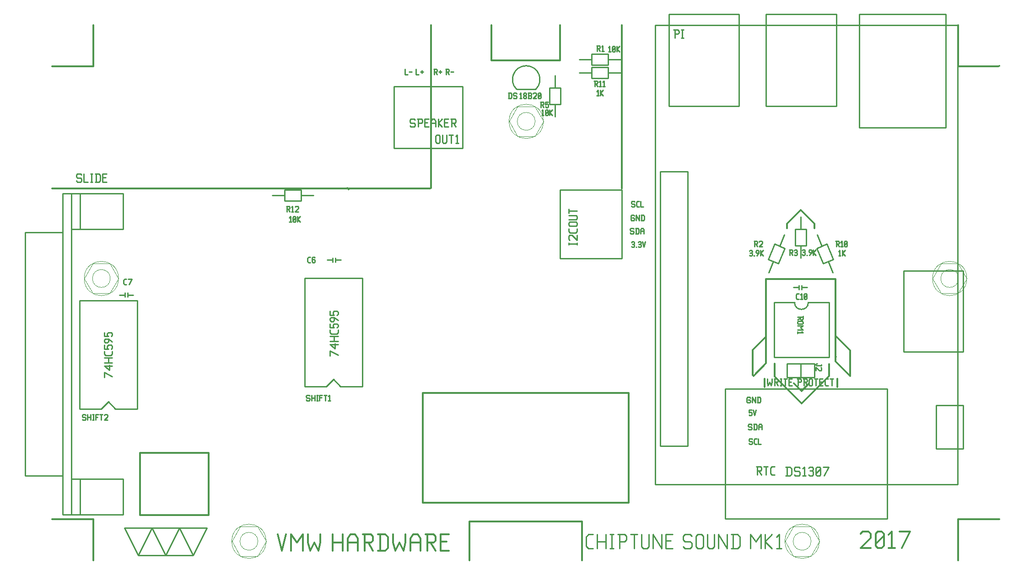
<source format=gbr>
G04 start of page 9 for group -4079 idx -4079 *
G04 Title: (unknown), topsilk *
G04 Creator: pcb 20140316 *
G04 CreationDate: Sat 22 Apr 2017 04:45:52 AM GMT UTC *
G04 For: vince *
G04 Format: Gerber/RS-274X *
G04 PCB-Dimensions (mil): 6900.00 3900.00 *
G04 PCB-Coordinate-Origin: lower left *
%MOIN*%
%FSLAX25Y25*%
%LNTOPSILK*%
%ADD114C,0.0020*%
%ADD113C,0.0100*%
%ADD112C,0.0119*%
%ADD111C,0.0110*%
%ADD110C,0.0120*%
G54D110*X570807Y205045D02*Y148693D01*
X571000Y148500D01*
X570807Y163693D02*X581500Y153000D01*
X580500Y154000D01*
X570807Y148000D02*Y145193D01*
X581500Y134500D01*
Y153000D01*
X660000Y30000D02*Y0D01*
Y30000D02*X690000D01*
X660000Y360000D02*X689500D01*
X690000Y360500D01*
X660000Y360000D02*Y390000D01*
X545500Y255500D02*X555500Y245500D01*
Y242000D01*
X535500D02*Y245500D01*
X545500Y255500D01*
X216000Y270500D02*X215000Y271500D01*
X276000D02*Y390000D01*
X30000Y360000D02*Y390000D01*
Y360000D02*X0D01*
Y271000D02*X242000D01*
X241500D02*X275500D01*
X276000Y271500D01*
X320000Y390000D02*Y364500D01*
X370000D01*
Y390000D01*
X415000D02*Y271000D01*
X520193Y205045D02*Y148693D01*
Y163500D02*Y163193D01*
Y205045D02*X520340Y205193D01*
X570807D01*
X546000Y114500D02*X566000Y134500D01*
X546000Y123500D02*X551500Y129000D01*
X572000Y132500D02*Y126500D01*
X566000Y134500D02*Y143000D01*
X520193Y148693D02*X520000Y148500D01*
X520193Y163193D02*X510500Y153500D01*
X526500Y143500D02*Y134000D01*
X420000Y42000D02*Y122000D01*
X526500Y134000D02*X546000Y114500D01*
X540500Y129000D02*X546000Y123500D01*
X420000Y122000D02*X270000D01*
X510500Y153500D02*Y135000D01*
X511000Y134500D01*
X520193Y143693D01*
Y148193D01*
X519000Y132500D02*Y126500D01*
X270000Y42000D02*X420000D01*
X386000Y28500D02*X304000D01*
X386000D02*Y0D01*
X304000Y28500D02*Y0D01*
X270000Y122000D02*Y42000D01*
X64000Y33000D02*Y78500D01*
X114000D01*
Y33000D01*
X64000D01*
X30000Y30000D02*Y0D01*
Y30000D02*X0D01*
G54D111*X43900Y134220D02*X38140Y137100D01*
Y133500D01*
X41740Y138828D02*X38140Y141708D01*
X41740Y142428D02*Y138828D01*
X38140Y141708D02*X43900D01*
X38140Y144156D02*X43900D01*
X38140Y147756D02*X43900D01*
X41020D02*Y144156D01*
X43900Y152364D02*Y150492D01*
X42892Y149484D02*X43900Y150492D01*
X39148Y149484D02*X42892D01*
X39148D02*X38140Y150492D01*
Y152364D02*Y150492D01*
Y156972D02*Y154092D01*
X41020D01*
X40300Y154812D01*
Y156252D02*Y154812D01*
Y156252D02*X41020Y156972D01*
X43180D01*
X43900Y156252D02*X43180Y156972D01*
X43900Y156252D02*Y154812D01*
X43180Y154092D02*X43900Y154812D01*
Y159420D02*X41020Y161580D01*
X38860D02*X41020D01*
X38140Y160860D02*X38860Y161580D01*
X38140Y160860D02*Y159420D01*
X38860Y158700D02*X38140Y159420D01*
X38860Y158700D02*X40300D01*
X41020Y159420D01*
Y161580D02*Y159420D01*
X38140Y166188D02*Y163308D01*
X41020D01*
X40300Y164028D01*
Y165468D02*Y164028D01*
Y165468D02*X41020Y166188D01*
X43180D01*
X43900Y165468D02*X43180Y166188D01*
X43900Y165468D02*Y164028D01*
X43180Y163308D02*X43900Y164028D01*
X208350Y149915D02*X202630Y152775D01*
Y149200D01*
X206205Y154491D02*X202630Y157351D01*
X206205Y158066D02*Y154491D01*
X202630Y157351D02*X208350D01*
X202630Y159782D02*X208350D01*
X202630Y163357D02*X208350D01*
X205490D02*Y159782D01*
X208350Y167933D02*Y166074D01*
X207349Y165073D02*X208350Y166074D01*
X203631Y165073D02*X207349D01*
X203631D02*X202630Y166074D01*
Y167933D02*Y166074D01*
Y172509D02*Y169649D01*
X205490D01*
X204775Y170364D01*
Y171794D02*Y170364D01*
Y171794D02*X205490Y172509D01*
X207635D01*
X208350Y171794D02*X207635Y172509D01*
X208350Y171794D02*Y170364D01*
X207635Y169649D02*X208350Y170364D01*
Y174940D02*X205490Y177085D01*
X203345D02*X205490D01*
X202630Y176370D02*X203345Y177085D01*
X202630Y176370D02*Y174940D01*
X203345Y174225D02*X202630Y174940D01*
X203345Y174225D02*X204775D01*
X205490Y174940D01*
Y177085D02*Y174940D01*
X202630Y181661D02*Y178801D01*
X205490D01*
X204775Y179516D01*
Y180946D02*Y179516D01*
Y180946D02*X205490Y181661D01*
X207635D01*
X208350Y180946D02*X207635Y181661D01*
X208350Y180946D02*Y179516D01*
X207635Y178801D02*X208350Y179516D01*
X172900Y249800D02*X173700Y250600D01*
Y246600D01*
X172900D02*X174400D01*
X175600Y247100D02*X176100Y246600D01*
X175600Y250100D02*Y247100D01*
Y250100D02*X176100Y250600D01*
X177100D01*
X177600Y250100D01*
Y247100D01*
X177100Y246600D02*X177600Y247100D01*
X176100Y246600D02*X177100D01*
X175600Y247600D02*X177600Y249600D01*
X178800Y250600D02*Y246600D01*
Y248600D02*X180800Y250600D01*
X178800Y248600D02*X180800Y246600D01*
X263760Y321670D02*X264475Y320955D01*
X261615Y321670D02*X263760D01*
X260900Y320955D02*X261615Y321670D01*
X260900Y320955D02*Y319525D01*
X261615Y318810D01*
X263760D01*
X264475Y318095D01*
Y316665D01*
X263760Y315950D02*X264475Y316665D01*
X261615Y315950D02*X263760D01*
X260900Y316665D02*X261615Y315950D01*
X266906Y321670D02*Y315950D01*
X266191Y321670D02*X269051D01*
X269766Y320955D01*
Y319525D01*
X269051Y318810D02*X269766Y319525D01*
X266906Y318810D02*X269051D01*
X271482Y319096D02*X273627D01*
X271482Y315950D02*X274342D01*
X271482Y321670D02*Y315950D01*
Y321670D02*X274342D01*
X276058Y320240D02*Y315950D01*
Y320240D02*X277059Y321670D01*
X278632D01*
X279633Y320240D01*
Y315950D01*
X276058Y318810D02*X279633D01*
X281349Y321670D02*Y315950D01*
Y318810D02*X284209Y321670D01*
X281349Y318810D02*X284209Y315950D01*
X285925Y319096D02*X288070D01*
X285925Y315950D02*X288785D01*
X285925Y321670D02*Y315950D01*
Y321670D02*X288785D01*
X290501D02*X293361D01*
X294076Y320955D01*
Y319525D01*
X293361Y318810D02*X294076Y319525D01*
X291216Y318810D02*X293361D01*
X291216Y321670D02*Y315950D01*
X292360Y318810D02*X294076Y315950D01*
X257100Y358200D02*Y354200D01*
X259100D01*
X260300Y356200D02*X262300D01*
X265300Y358200D02*Y354200D01*
X267300D01*
X268500Y356200D02*X270500D01*
X269500Y357200D02*Y355200D01*
X278100Y358000D02*X280100D01*
X280600Y357500D01*
Y356500D01*
X280100Y356000D02*X280600Y356500D01*
X278600Y356000D02*X280100D01*
X278600Y358000D02*Y354000D01*
X279400Y356000D02*X280600Y354000D01*
X281800Y356000D02*X283800D01*
X282800Y357000D02*Y355000D01*
X286800Y358000D02*X288800D01*
X289300Y357500D01*
Y356500D01*
X288800Y356000D02*X289300Y356500D01*
X287300Y356000D02*X288800D01*
X287300Y358000D02*Y354000D01*
X288100Y356000D02*X289300Y354000D01*
X290500Y356000D02*X292500D01*
X340800Y339900D02*X341600Y340700D01*
Y336700D01*
X340800D02*X342300D01*
X343500Y337200D02*X344000Y336700D01*
X343500Y338000D02*Y337200D01*
Y338000D02*X344200Y338700D01*
X344800D01*
X345500Y338000D01*
Y337200D01*
X345000Y336700D02*X345500Y337200D01*
X344000Y336700D02*X345000D01*
X343500Y339400D02*X344200Y338700D01*
X343500Y340200D02*Y339400D01*
Y340200D02*X344000Y340700D01*
X345000D01*
X345500Y340200D01*
Y339400D01*
X344800Y338700D02*X345500Y339400D01*
X346700Y336700D02*X348700D01*
X349200Y337200D01*
Y338400D02*Y337200D01*
X348700Y338900D02*X349200Y338400D01*
X347200Y338900D02*X348700D01*
X347200Y340700D02*Y336700D01*
X346700Y340700D02*X348700D01*
X349200Y340200D01*
Y339400D01*
X348700Y338900D02*X349200Y339400D01*
X350400Y340200D02*X350900Y340700D01*
X352400D01*
X352900Y340200D01*
Y339200D01*
X350400Y336700D02*X352900Y339200D01*
X350400Y336700D02*X352900D01*
X354100Y337200D02*X354600Y336700D01*
X354100Y340200D02*Y337200D01*
Y340200D02*X354600Y340700D01*
X355600D01*
X356100Y340200D01*
Y337200D01*
X355600Y336700D02*X356100Y337200D01*
X354600Y336700D02*X355600D01*
X354100Y337700D02*X356100Y339700D01*
X356700Y327600D02*X357500Y328400D01*
Y324400D01*
X356700D02*X358200D01*
X359400Y324900D02*X359900Y324400D01*
X359400Y327900D02*Y324900D01*
Y327900D02*X359900Y328400D01*
X360900D01*
X361400Y327900D01*
Y324900D01*
X360900Y324400D02*X361400Y324900D01*
X359900Y324400D02*X360900D01*
X359400Y325400D02*X361400Y327400D01*
X362600Y328400D02*Y324400D01*
Y326400D02*X364600Y328400D01*
X362600Y326400D02*X364600Y324400D01*
X396900Y341900D02*X397700Y342700D01*
Y338700D01*
X396900D02*X398400D01*
X399600Y342700D02*Y338700D01*
Y340700D02*X401600Y342700D01*
X399600Y340700D02*X401600Y338700D01*
X405500Y373900D02*X406300Y374700D01*
Y370700D01*
X405500D02*X407000D01*
X408200Y371200D02*X408700Y370700D01*
X408200Y374200D02*Y371200D01*
Y374200D02*X408700Y374700D01*
X409700D01*
X410200Y374200D01*
Y371200D01*
X409700Y370700D02*X410200Y371200D01*
X408700Y370700D02*X409700D01*
X408200Y371700D02*X410200Y373700D01*
X411400Y374700D02*Y370700D01*
Y372700D02*X413400Y374700D01*
X411400Y372700D02*X413400Y370700D01*
X423300Y242100D02*X423800Y241600D01*
X421800Y242100D02*X423300D01*
X421300Y241600D02*X421800Y242100D01*
X421300Y241600D02*Y240600D01*
X421800Y240100D01*
X423300D01*
X423800Y239600D01*
Y238600D01*
X423300Y238100D02*X423800Y238600D01*
X421800Y238100D02*X423300D01*
X421300Y238600D02*X421800Y238100D01*
X425500Y242100D02*Y238100D01*
X426800Y242100D02*X427500Y241400D01*
Y238800D01*
X426800Y238100D02*X427500Y238800D01*
X425000Y238100D02*X426800D01*
X425000Y242100D02*X426800D01*
X428700Y241100D02*Y238100D01*
Y241100D02*X429400Y242100D01*
X430500D01*
X431200Y241100D01*
Y238100D01*
X428700Y240100D02*X431200D01*
X423700Y251600D02*X424200Y251100D01*
X422200Y251600D02*X423700D01*
X421700Y251100D02*X422200Y251600D01*
X421700Y251100D02*Y248100D01*
X422200Y247600D01*
X423700D01*
X424200Y248100D01*
Y249100D02*Y248100D01*
X423700Y249600D02*X424200Y249100D01*
X422700Y249600D02*X423700D01*
X425400Y251600D02*Y247600D01*
Y251600D02*X427900Y247600D01*
Y251600D02*Y247600D01*
X429600Y251600D02*Y247600D01*
X430900Y251600D02*X431600Y250900D01*
Y248300D01*
X430900Y247600D02*X431600Y248300D01*
X429100Y247600D02*X430900D01*
X429100Y251600D02*X430900D01*
X424000Y261800D02*X424500Y261300D01*
X422500Y261800D02*X424000D01*
X422000Y261300D02*X422500Y261800D01*
X422000Y261300D02*Y260300D01*
X422500Y259800D01*
X424000D01*
X424500Y259300D01*
Y258300D01*
X424000Y257800D02*X424500Y258300D01*
X422500Y257800D02*X424000D01*
X422000Y258300D02*X422500Y257800D01*
X426400D02*X427700D01*
X425700Y258500D02*X426400Y257800D01*
X425700Y261100D02*Y258500D01*
Y261100D02*X426400Y261800D01*
X427700D01*
X428900D02*Y257800D01*
X430900D01*
G54D112*X164500Y19020D02*X167480Y7100D01*
X170460Y19020D01*
X174036D02*Y7100D01*
Y19020D02*X178506Y13060D01*
X182976Y19020D01*
Y7100D01*
X186552Y19020D02*Y13060D01*
X188042Y7100D01*
X191022Y13060D01*
X194002Y7100D01*
X195492Y13060D01*
Y19020D02*Y13060D01*
X204432Y19020D02*Y7100D01*
X211882Y19020D02*Y7100D01*
X204432Y13060D02*X211882D01*
X215458Y16040D02*Y7100D01*
Y16040D02*X217544Y19020D01*
X220822D01*
X222908Y16040D01*
Y7100D01*
X215458Y13060D02*X222908D01*
X226484Y19020D02*X232444D01*
X233934Y17530D01*
Y14550D01*
X232444Y13060D02*X233934Y14550D01*
X227974Y13060D02*X232444D01*
X227974Y19020D02*Y7100D01*
X230358Y13060D02*X233934Y7100D01*
X239000Y19020D02*Y7100D01*
X242874Y19020D02*X244960Y16934D01*
Y9186D01*
X242874Y7100D02*X244960Y9186D01*
X237510Y7100D02*X242874D01*
X237510Y19020D02*X242874D01*
X248536D02*Y13060D01*
X250026Y7100D01*
X253006Y13060D01*
X255986Y7100D01*
X257476Y13060D01*
Y19020D02*Y13060D01*
X261052Y16040D02*Y7100D01*
Y16040D02*X263138Y19020D01*
X266416D01*
X268502Y16040D01*
Y7100D01*
X261052Y13060D02*X268502D01*
X272078Y19020D02*X278038D01*
X279528Y17530D01*
Y14550D01*
X278038Y13060D02*X279528Y14550D01*
X273568Y13060D02*X278038D01*
X273568Y19020D02*Y7100D01*
X275952Y13060D02*X279528Y7100D01*
X283104Y13656D02*X287574D01*
X283104Y7100D02*X289064D01*
X283104Y19020D02*Y7100D01*
Y19020D02*X289064D01*
G54D111*X390778Y8800D02*X394080D01*
X389000Y10578D02*X390778Y8800D01*
X389000Y17182D02*Y10578D01*
Y17182D02*X390778Y18960D01*
X394080D01*
X397128D02*Y8800D01*
X403478Y18960D02*Y8800D01*
X397128Y13880D02*X403478D01*
X406526Y18960D02*X409066D01*
X407796D02*Y8800D01*
X406526D02*X409066D01*
X413384Y18960D02*Y8800D01*
X412114Y18960D02*X417194D01*
X418464Y17690D01*
Y15150D01*
X417194Y13880D02*X418464Y15150D01*
X413384Y13880D02*X417194D01*
X421512Y18960D02*X426592D01*
X424052D02*Y8800D01*
X429640Y18960D02*Y10070D01*
X430910Y8800D01*
X433450D01*
X434720Y10070D01*
Y18960D02*Y10070D01*
X437768Y18960D02*Y8800D01*
Y18960D02*X444118Y8800D01*
Y18960D02*Y8800D01*
X447166Y14388D02*X450976D01*
X447166Y8800D02*X452246D01*
X447166Y18960D02*Y8800D01*
Y18960D02*X452246D01*
X464946D02*X466216Y17690D01*
X461136Y18960D02*X464946D01*
X459866Y17690D02*X461136Y18960D01*
X459866Y17690D02*Y15150D01*
X461136Y13880D01*
X464946D01*
X466216Y12610D01*
Y10070D01*
X464946Y8800D02*X466216Y10070D01*
X461136Y8800D02*X464946D01*
X459866Y10070D02*X461136Y8800D01*
X469264Y17690D02*Y10070D01*
Y17690D02*X470534Y18960D01*
X473074D01*
X474344Y17690D01*
Y10070D01*
X473074Y8800D02*X474344Y10070D01*
X470534Y8800D02*X473074D01*
X469264Y10070D02*X470534Y8800D01*
X477392Y18960D02*Y10070D01*
X478662Y8800D01*
X481202D01*
X482472Y10070D01*
Y18960D02*Y10070D01*
X485520Y18960D02*Y8800D01*
Y18960D02*X491870Y8800D01*
Y18960D02*Y8800D01*
X496188Y18960D02*Y8800D01*
X499490Y18960D02*X501268Y17182D01*
Y10578D01*
X499490Y8800D02*X501268Y10578D01*
X494918Y8800D02*X499490D01*
X494918Y18960D02*X499490D01*
X508888D02*Y8800D01*
Y18960D02*X512698Y13880D01*
X516508Y18960D01*
Y8800D01*
X519556Y18960D02*Y8800D01*
Y13880D02*X524636Y18960D01*
X519556Y13880D02*X524636Y8800D01*
X527684Y16928D02*X529716Y18960D01*
Y8800D01*
X527684D02*X531494D01*
G54D112*X589000Y19530D02*X590490Y21020D01*
X594960D01*
X596450Y19530D01*
Y16550D01*
X589000Y9100D02*X596450Y16550D01*
X589000Y9100D02*X596450D01*
X600026Y10590D02*X601516Y9100D01*
X600026Y19530D02*Y10590D01*
Y19530D02*X601516Y21020D01*
X604496D01*
X605986Y19530D01*
Y10590D01*
X604496Y9100D02*X605986Y10590D01*
X601516Y9100D02*X604496D01*
X600026Y12080D02*X605986Y18040D01*
X609562Y18636D02*X611946Y21020D01*
Y9100D01*
X609562D02*X614032D01*
X619098D02*X625058Y21020D01*
X617608D02*X625058D01*
G54D111*X535425Y68250D02*Y61650D01*
X537570Y68250D02*X538725Y67095D01*
Y62805D01*
X537570Y61650D02*X538725Y62805D01*
X534600Y61650D02*X537570D01*
X534600Y68250D02*X537570D01*
X544005D02*X544830Y67425D01*
X541530Y68250D02*X544005D01*
X540705Y67425D02*X541530Y68250D01*
X540705Y67425D02*Y65775D01*
X541530Y64950D01*
X544005D01*
X544830Y64125D01*
Y62475D01*
X544005Y61650D02*X544830Y62475D01*
X541530Y61650D02*X544005D01*
X540705Y62475D02*X541530Y61650D01*
X546810Y66930D02*X548130Y68250D01*
Y61650D01*
X546810D02*X549285D01*
X551265Y67425D02*X552090Y68250D01*
X553740D01*
X554565Y67425D01*
X553740Y61650D02*X554565Y62475D01*
X552090Y61650D02*X553740D01*
X551265Y62475D02*X552090Y61650D01*
Y65280D02*X553740D01*
X554565Y67425D02*Y66105D01*
Y64455D02*Y62475D01*
Y64455D02*X553740Y65280D01*
X554565Y66105D02*X553740Y65280D01*
X556545Y62475D02*X557370Y61650D01*
X556545Y67425D02*Y62475D01*
Y67425D02*X557370Y68250D01*
X559020D01*
X559845Y67425D01*
Y62475D01*
X559020Y61650D02*X559845Y62475D01*
X557370Y61650D02*X559020D01*
X556545Y63300D02*X559845Y66600D01*
X562650Y61650D02*X565950Y68250D01*
X561825D02*X565950D01*
X422200Y231800D02*X422700Y232300D01*
X423700D01*
X424200Y231800D01*
X423700Y228300D02*X424200Y228800D01*
X422700Y228300D02*X423700D01*
X422200Y228800D02*X422700Y228300D01*
Y230500D02*X423700D01*
X424200Y231800D02*Y231000D01*
Y230000D02*Y228800D01*
Y230000D02*X423700Y230500D01*
X424200Y231000D02*X423700Y230500D01*
X425400Y228300D02*X425900D01*
X427100Y231800D02*X427600Y232300D01*
X428600D01*
X429100Y231800D01*
X428600Y228300D02*X429100Y228800D01*
X427600Y228300D02*X428600D01*
X427100Y228800D02*X427600Y228300D01*
Y230500D02*X428600D01*
X429100Y231800D02*Y231000D01*
Y230000D02*Y228800D01*
Y230000D02*X428600Y230500D01*
X429100Y231000D02*X428600Y230500D01*
X430300Y232300D02*X431300Y228300D01*
X432300Y232300D01*
X508300Y119000D02*X508800Y118500D01*
X506800Y119000D02*X508300D01*
X506300Y118500D02*X506800Y119000D01*
X506300Y118500D02*Y115500D01*
X506800Y115000D01*
X508300D01*
X508800Y115500D01*
Y116500D02*Y115500D01*
X508300Y117000D02*X508800Y116500D01*
X507300Y117000D02*X508300D01*
X510000Y119000D02*Y115000D01*
Y119000D02*X512500Y115000D01*
Y119000D02*Y115000D01*
X514200Y119000D02*Y115000D01*
X515500Y119000D02*X516200Y118300D01*
Y115700D01*
X515500Y115000D02*X516200Y115700D01*
X513700Y115000D02*X515500D01*
X513700Y119000D02*X515500D01*
X507700Y109600D02*X509700D01*
X507700D02*Y107600D01*
X508200Y108100D01*
X509200D01*
X509700Y107600D01*
Y106100D01*
X509200Y105600D02*X509700Y106100D01*
X508200Y105600D02*X509200D01*
X507700Y106100D02*X508200Y105600D01*
X510900Y109600D02*X511900Y105600D01*
X512900Y109600D01*
X509300Y99300D02*X509800Y98800D01*
X507800Y99300D02*X509300D01*
X507300Y98800D02*X507800Y99300D01*
X507300Y98800D02*Y97800D01*
X507800Y97300D01*
X509300D01*
X509800Y96800D01*
Y95800D01*
X509300Y95300D02*X509800Y95800D01*
X507800Y95300D02*X509300D01*
X507300Y95800D02*X507800Y95300D01*
X511500Y99300D02*Y95300D01*
X512800Y99300D02*X513500Y98600D01*
Y96000D01*
X512800Y95300D02*X513500Y96000D01*
X511000Y95300D02*X512800D01*
X511000Y99300D02*X512800D01*
X514700Y98300D02*Y95300D01*
Y98300D02*X515400Y99300D01*
X516500D01*
X517200Y98300D01*
Y95300D01*
X514700Y97300D02*X517200D01*
X573000Y225200D02*X573800Y226000D01*
Y222000D01*
X573000D02*X574500D01*
X575700Y226000D02*Y222000D01*
Y224000D02*X577700Y226000D01*
X575700Y224000D02*X577700Y222000D01*
X508000Y225500D02*X508500Y226000D01*
X509500D01*
X510000Y225500D01*
X509500Y222000D02*X510000Y222500D01*
X508500Y222000D02*X509500D01*
X508000Y222500D02*X508500Y222000D01*
Y224200D02*X509500D01*
X510000Y225500D02*Y224700D01*
Y223700D02*Y222500D01*
Y223700D02*X509500Y224200D01*
X510000Y224700D02*X509500Y224200D01*
X511200Y222000D02*X511700D01*
X513400D02*X514900Y224000D01*
Y225500D02*Y224000D01*
X514400Y226000D02*X514900Y225500D01*
X513400Y226000D02*X514400D01*
X512900Y225500D02*X513400Y226000D01*
X512900Y225500D02*Y224500D01*
X513400Y224000D01*
X514900D01*
X516100Y226000D02*Y222000D01*
Y224000D02*X518100Y226000D01*
X516100Y224000D02*X518100Y222000D01*
X546500Y226000D02*X547000Y226500D01*
X548000D01*
X548500Y226000D01*
X548000Y222500D02*X548500Y223000D01*
X547000Y222500D02*X548000D01*
X546500Y223000D02*X547000Y222500D01*
Y224700D02*X548000D01*
X548500Y226000D02*Y225200D01*
Y224200D02*Y223000D01*
Y224200D02*X548000Y224700D01*
X548500Y225200D02*X548000Y224700D01*
X549700Y222500D02*X550200D01*
X551900D02*X553400Y224500D01*
Y226000D02*Y224500D01*
X552900Y226500D02*X553400Y226000D01*
X551900Y226500D02*X552900D01*
X551400Y226000D02*X551900Y226500D01*
X551400Y226000D02*Y225000D01*
X551900Y224500D01*
X553400D01*
X554600Y226500D02*Y222500D01*
Y224500D02*X556600Y226500D01*
X554600Y224500D02*X556600Y222500D01*
X521000Y132310D02*Y129930D01*
X521595Y127550D01*
X522785Y129930D01*
X523975Y127550D01*
X524570Y129930D01*
Y132310D02*Y129930D01*
X525998Y132310D02*X528378D01*
X528973Y131715D01*
Y130525D01*
X528378Y129930D02*X528973Y130525D01*
X526593Y129930D02*X528378D01*
X526593Y132310D02*Y127550D01*
X527545Y129930D02*X528973Y127550D01*
X530401Y132310D02*X531591D01*
X530996D02*Y127550D01*
X530401D02*X531591D01*
X533019Y132310D02*X535399D01*
X534209D02*Y127550D01*
X536827Y130168D02*X538612D01*
X536827Y127550D02*X539207D01*
X536827Y132310D02*Y127550D01*
Y132310D02*X539207D01*
X543372D02*Y127550D01*
X542777Y132310D02*X545157D01*
X545752Y131715D01*
Y130525D01*
X545157Y129930D02*X545752Y130525D01*
X543372Y129930D02*X545157D01*
X547180Y132310D02*X549560D01*
X550155Y131715D01*
Y130525D01*
X549560Y129930D02*X550155Y130525D01*
X547775Y129930D02*X549560D01*
X547775Y132310D02*Y127550D01*
X548727Y129930D02*X550155Y127550D01*
X551583Y131715D02*Y128145D01*
Y131715D02*X552178Y132310D01*
X553368D01*
X553963Y131715D01*
Y128145D01*
X553368Y127550D02*X553963Y128145D01*
X552178Y127550D02*X553368D01*
X551583Y128145D02*X552178Y127550D01*
X555391Y132310D02*X557771D01*
X556581D02*Y127550D01*
X559199Y130168D02*X560984D01*
X559199Y127550D02*X561579D01*
X559199Y132310D02*Y127550D01*
Y132310D02*X561579D01*
X563840Y127550D02*X565387D01*
X563007Y128383D02*X563840Y127550D01*
X563007Y131477D02*Y128383D01*
Y131477D02*X563840Y132310D01*
X565387D01*
X566815D02*X569195D01*
X568005D02*Y127550D01*
X509700Y88900D02*X510200Y88400D01*
X508200Y88900D02*X509700D01*
X507700Y88400D02*X508200Y88900D01*
X507700Y88400D02*Y87400D01*
X508200Y86900D01*
X509700D01*
X510200Y86400D01*
Y85400D01*
X509700Y84900D02*X510200Y85400D01*
X508200Y84900D02*X509700D01*
X507700Y85400D02*X508200Y84900D01*
X512100D02*X513400D01*
X511400Y85600D02*X512100Y84900D01*
X511400Y88200D02*Y85600D01*
Y88200D02*X512100Y88900D01*
X513400D01*
X514600D02*Y84900D01*
X516600D01*
G54D113*X533587Y237381D02*X530143Y229066D01*
X526447Y230596D02*X533838Y227535D01*
X529246Y216448D01*
X521855Y219510D01*
X526447Y230596D01*
X525550Y217979D02*X522106Y209664D01*
X546000Y199000D02*X550000D01*
X546000Y200500D02*Y197500D01*
X540000Y199000D02*X544000D01*
Y200500D02*Y197500D01*
X545500Y250500D02*Y241500D01*
X541500D02*X549500D01*
Y229500D01*
X541500D02*X549500D01*
X541500Y241500D02*Y229500D01*
X545500D02*Y220500D01*
X405000Y365000D02*X414000D01*
X405000Y369000D02*Y361000D01*
X393000D02*X405000D01*
X393000Y369000D02*Y361000D01*
Y369000D02*X405000D01*
X384000Y365000D02*X393000D01*
X405000Y355500D02*X414000D01*
X405000Y359500D02*Y351500D01*
X393000D02*X405000D01*
X393000Y359500D02*Y351500D01*
Y359500D02*X405000D01*
X384000Y355500D02*X393000D01*
X370000Y270000D02*Y220000D01*
Y270000D02*X415000D01*
Y220000D01*
X370000D02*X415000D01*
X249000Y300500D02*X299000D01*
X249000Y345500D02*Y300500D01*
Y345500D02*X299000D01*
Y300500D01*
X52703Y23612D02*X62703Y3612D01*
X102703D01*
X112703Y23612D01*
X52703D02*X112703D01*
X62703Y3612D02*X72703Y23612D01*
X82703Y3612D01*
X92703Y23612D01*
X102703Y3612D01*
G54D114*X131000Y14000D02*X137250Y3180D01*
X149750D01*
X156000Y14000D01*
X149750Y24820D01*
X137250D01*
X131000Y14000D01*
X137000D02*G75*G03X137000Y14000I6500J0D01*G01*
X131000D02*G75*G03X131000Y14000I12500J0D01*G01*
G54D113*X14280Y267465D02*X7980D01*
Y33465D01*
X14280D01*
Y267465D01*
Y241465D01*
X20461D01*
Y267465D01*
X14280D01*
Y33465D02*Y59465D01*
X20461D01*
Y33465D01*
X14280D01*
Y267465D02*Y241465D01*
X51681D01*
Y267465D01*
X14280D01*
Y33465D02*Y59465D01*
X51681D01*
Y33465D01*
X14280D01*
X7980Y239048D02*X-19579D01*
Y61883D01*
X7980D01*
Y239048D01*
X160500Y266000D02*X169500D01*
Y270000D02*Y262000D01*
Y270000D02*X181500D01*
Y262000D01*
X169500D02*X181500D01*
Y266000D02*X190500D01*
X49000Y193500D02*X53000D01*
Y195000D02*Y192000D01*
X55000Y193500D02*X59000D01*
X55000Y195000D02*Y192000D01*
G54D114*X23500Y205500D02*X29750Y194680D01*
X42250D01*
X48500Y205500D01*
X42250Y216320D01*
X29750D01*
X23500Y205500D01*
X29500D02*G75*G03X29500Y205500I6500J0D01*G01*
X23500D02*G75*G03X23500Y205500I12500J0D01*G01*
G54D113*X62000Y189500D02*Y110500D01*
X20000Y189500D02*X62000D01*
X20000Y110500D02*Y189500D01*
Y110500D02*X35750D01*
X41000Y115750D01*
X46250Y110500D01*
X62000D01*
X206500Y219000D02*X210500D01*
X206500Y220500D02*Y217500D01*
X200500Y219000D02*X204500D01*
Y220500D02*Y217500D01*
X225985Y126913D02*Y205913D01*
X183985D02*X225985D01*
X183985Y126913D02*Y205913D01*
Y126913D02*X199735D01*
X204985Y132163D01*
X210235Y126913D01*
X225985D01*
G54D114*X333000Y320000D02*X339250Y309180D01*
X351750D01*
X358000Y320000D01*
X351750Y330820D01*
X339250D01*
X333000Y320000D01*
X339000D02*G75*G03X339000Y320000I6500J0D01*G01*
X333000D02*G75*G03X333000Y320000I12500J0D01*G01*
G54D113*X366500Y353500D02*Y344500D01*
X362500D02*X370500D01*
Y332500D01*
X362500D02*X370500D01*
X362500Y344500D02*Y332500D01*
X366500D02*Y323500D01*
X338500Y343500D02*X352500D01*
X352571Y343429D02*G75*G03X338429Y343429I-7071J7071D01*G01*
X439500Y390146D02*Y55500D01*
Y390146D02*X659972D01*
Y55500D01*
X439500D02*X659972D01*
X644224Y112980D02*Y81484D01*
Y112980D02*X663909D01*
Y81484D01*
X644224D02*X663909D01*
X620602Y211012D02*Y151957D01*
Y211012D02*X663909D01*
Y151957D01*
X620602D02*X663909D01*
X449343Y398020D02*Y331091D01*
Y398020D02*X500524D01*
Y331091D01*
X449343D02*X500524D01*
X520209Y398020D02*Y331091D01*
Y398020D02*X571390D01*
Y331091D01*
X520209D02*X571390D01*
X588122Y398020D02*Y315343D01*
Y398020D02*X651114D01*
Y315343D01*
X588122D02*X651114D01*
X443280Y283453D02*Y83453D01*
Y283453D02*X463280D01*
Y83453D01*
X443280D02*X463280D01*
X535500Y143500D02*Y133500D01*
X555500D01*
Y143500D01*
X535500D01*
Y133500D02*X545500D01*
Y143500D01*
X526000Y188000D02*Y148000D01*
X566000D01*
Y188000D01*
X526000D02*X541000D01*
X551000D02*X566000D01*
X541000D02*G75*G03X551000Y188000I5000J0D01*G01*
X557413Y237381D02*X560857Y229066D01*
X557162Y227535D02*X564553Y230596D01*
X569145Y219510D01*
X561754Y216448D01*
X557162Y227535D01*
X565450Y217979D02*X568894Y209664D01*
X490500Y125000D02*X608610D01*
Y30512D01*
X490500D01*
Y125000D01*
G54D114*X534000Y14000D02*X540250Y3180D01*
X552750D01*
X559000Y14000D01*
X552750Y24820D01*
X540250D01*
X534000Y14000D01*
X540000D02*G75*G03X540000Y14000I6500J0D01*G01*
X534000D02*G75*G03X534000Y14000I12500J0D01*G01*
X641500Y205500D02*X647750Y194680D01*
X660250D01*
X666500Y205500D01*
X660250Y216320D01*
X647750D01*
X641500Y205500D01*
X647500D02*G75*G03X647500Y205500I6500J0D01*G01*
X641500D02*G75*G03X641500Y205500I12500J0D01*G01*
G54D111*X396800Y375100D02*X398800D01*
X399300Y374600D01*
Y373600D01*
X398800Y373100D02*X399300Y373600D01*
X397300Y373100D02*X398800D01*
X397300Y375100D02*Y371100D01*
X398100Y373100D02*X399300Y371100D01*
X400500Y374300D02*X401300Y375100D01*
Y371100D01*
X400500D02*X402000D01*
X394900Y349500D02*X396900D01*
X397400Y349000D01*
Y348000D01*
X396900Y347500D02*X397400Y348000D01*
X395400Y347500D02*X396900D01*
X395400Y349500D02*Y345500D01*
X396200Y347500D02*X397400Y345500D01*
X398600Y348700D02*X399400Y349500D01*
Y345500D01*
X398600D02*X400100D01*
X401300Y348700D02*X402100Y349500D01*
Y345500D01*
X401300D02*X402800D01*
X453720Y386630D02*Y380630D01*
X452970Y386630D02*X455970D01*
X456720Y385880D01*
Y384380D01*
X455970Y383630D02*X456720Y384380D01*
X453720Y383630D02*X455970D01*
X458520Y386630D02*X460020D01*
X459270D02*Y380630D01*
X458520D02*X460020D01*
X537100Y226300D02*X539100D01*
X539600Y225800D01*
Y224800D01*
X539100Y224300D02*X539600Y224800D01*
X537600Y224300D02*X539100D01*
X537600Y226300D02*Y222300D01*
X538400Y224300D02*X539600Y222300D01*
X540800Y225800D02*X541300Y226300D01*
X542300D01*
X542800Y225800D01*
X542300Y222300D02*X542800Y222800D01*
X541300Y222300D02*X542300D01*
X540800Y222800D02*X541300Y222300D01*
Y224500D02*X542300D01*
X542800Y225800D02*Y225000D01*
Y224000D02*Y222800D01*
Y224000D02*X542300Y224500D01*
X542800Y225000D02*X542300Y224500D01*
X53000Y201100D02*X54300D01*
X52300Y201800D02*X53000Y201100D01*
X52300Y204400D02*Y201800D01*
Y204400D02*X53000Y205100D01*
X54300D01*
X56000Y201100D02*X58000Y205100D01*
X55500D02*X58000D01*
X187000Y217100D02*X188300D01*
X186300Y217800D02*X187000Y217100D01*
X186300Y220400D02*Y217800D01*
Y220400D02*X187000Y221100D01*
X188300D01*
X191000D02*X191500Y220600D01*
X190000Y221100D02*X191000D01*
X189500Y220600D02*X190000Y221100D01*
X189500Y220600D02*Y217600D01*
X190000Y217100D01*
X191000Y219300D02*X191500Y218800D01*
X189500Y219300D02*X191000D01*
X190000Y217100D02*X191000D01*
X191500Y217600D01*
Y218800D02*Y217600D01*
X170700Y258200D02*X172700D01*
X173200Y257700D01*
Y256700D01*
X172700Y256200D02*X173200Y256700D01*
X171200Y256200D02*X172700D01*
X171200Y258200D02*Y254200D01*
X172000Y256200D02*X173200Y254200D01*
X174400Y257400D02*X175200Y258200D01*
Y254200D01*
X174400D02*X175900D01*
X177100Y257700D02*X177600Y258200D01*
X179100D01*
X179600Y257700D01*
Y256700D01*
X177100Y254200D02*X179600Y256700D01*
X177100Y254200D02*X179600D01*
X20676Y281865D02*X21426Y281115D01*
X18426Y281865D02*X20676D01*
X17676Y281115D02*X18426Y281865D01*
X17676Y281115D02*Y279615D01*
X18426Y278865D01*
X20676D01*
X21426Y278115D01*
Y276615D01*
X20676Y275865D02*X21426Y276615D01*
X18426Y275865D02*X20676D01*
X17676Y276615D02*X18426Y275865D01*
X23226Y281865D02*Y275865D01*
X26226D01*
X28026Y281865D02*X29526D01*
X28776D02*Y275865D01*
X28026D02*X29526D01*
X32076Y281865D02*Y275865D01*
X34026Y281865D02*X35076Y280815D01*
Y276915D01*
X34026Y275865D02*X35076Y276915D01*
X31326Y275865D02*X34026D01*
X31326Y281865D02*X34026D01*
X36876Y279165D02*X39126D01*
X36876Y275865D02*X39876D01*
X36876Y281865D02*Y275865D01*
Y281865D02*X39876D01*
X24117Y106288D02*X24617Y105788D01*
X22617Y106288D02*X24117D01*
X22117Y105788D02*X22617Y106288D01*
X22117Y105788D02*Y104788D01*
X22617Y104288D01*
X24117D01*
X24617Y103788D01*
Y102788D01*
X24117Y102288D02*X24617Y102788D01*
X22617Y102288D02*X24117D01*
X22117Y102788D02*X22617Y102288D01*
X25817Y106288D02*Y102288D01*
X28317Y106288D02*Y102288D01*
X25817Y104288D02*X28317D01*
X29517Y106288D02*X30517D01*
X30017D02*Y102288D01*
X29517D02*X30517D01*
X31717Y106288D02*Y102288D01*
Y106288D02*X33717D01*
X31717Y104488D02*X33217D01*
X34917Y106288D02*X36917D01*
X35917D02*Y102288D01*
X38117Y105788D02*X38617Y106288D01*
X40117D01*
X40617Y105788D01*
Y104788D01*
X38117Y102288D02*X40617Y104788D01*
X38117Y102288D02*X40617D01*
X187300Y120500D02*X187800Y120000D01*
X185800Y120500D02*X187300D01*
X185300Y120000D02*X185800Y120500D01*
X185300Y120000D02*Y119000D01*
X185800Y118500D01*
X187300D01*
X187800Y118000D01*
Y117000D01*
X187300Y116500D02*X187800Y117000D01*
X185800Y116500D02*X187300D01*
X185300Y117000D02*X185800Y116500D01*
X189000Y120500D02*Y116500D01*
X191500Y120500D02*Y116500D01*
X189000Y118500D02*X191500D01*
X192700Y120500D02*X193700D01*
X193200D02*Y116500D01*
X192700D02*X193700D01*
X194900Y120500D02*Y116500D01*
Y120500D02*X196900D01*
X194900Y118700D02*X196400D01*
X198100Y120500D02*X200100D01*
X199100D02*Y116500D01*
X201300Y119700D02*X202100Y120500D01*
Y116500D01*
X201300D02*X202800D01*
X355800Y334200D02*X357800D01*
X358300Y333700D01*
Y332700D01*
X357800Y332200D02*X358300Y332700D01*
X356300Y332200D02*X357800D01*
X356300Y334200D02*Y330200D01*
X357100Y332200D02*X358300Y330200D01*
X359500Y334200D02*X361500D01*
X359500D02*Y332200D01*
X360000Y332700D01*
X361000D01*
X361500Y332200D01*
Y330700D01*
X361000Y330200D02*X361500Y330700D01*
X360000Y330200D02*X361000D01*
X359500Y330700D02*X360000Y330200D01*
X376500Y231500D02*Y230000D01*
Y230750D02*X382500D01*
Y231500D02*Y230000D01*
X377250Y233300D02*X376500Y234050D01*
Y236300D02*Y234050D01*
Y236300D02*X377250Y237050D01*
X378750D01*
X382500Y233300D02*X378750Y237050D01*
X382500D02*Y233300D01*
Y241850D02*Y239900D01*
X381450Y238850D02*X382500Y239900D01*
X377550Y238850D02*X381450D01*
X377550D02*X376500Y239900D01*
Y241850D02*Y239900D01*
X377250Y243650D02*X381750D01*
X377250D02*X376500Y244400D01*
Y245900D02*Y244400D01*
Y245900D02*X377250Y246650D01*
X381750D01*
X382500Y245900D02*X381750Y246650D01*
X382500Y245900D02*Y244400D01*
X381750Y243650D02*X382500Y244400D01*
X376500Y248450D02*X381750D01*
X382500Y249200D01*
Y250700D02*Y249200D01*
Y250700D02*X381750Y251450D01*
X376500D02*X381750D01*
X376500Y256250D02*Y253250D01*
Y254750D02*X382500D01*
X332900Y340700D02*Y336700D01*
X334200Y340700D02*X334900Y340000D01*
Y337400D01*
X334200Y336700D02*X334900Y337400D01*
X332400Y336700D02*X334200D01*
X332400Y340700D02*X334200D01*
X338100D02*X338600Y340200D01*
X336600Y340700D02*X338100D01*
X336100Y340200D02*X336600Y340700D01*
X336100Y340200D02*Y339200D01*
X336600Y338700D01*
X338100D01*
X338600Y338200D01*
Y337200D01*
X338100Y336700D02*X338600Y337200D01*
X336600Y336700D02*X338100D01*
X336100Y337200D02*X336600Y336700D01*
X279600Y309450D02*Y304950D01*
Y309450D02*X280350Y310200D01*
X281850D01*
X282600Y309450D01*
Y304950D01*
X281850Y304200D02*X282600Y304950D01*
X280350Y304200D02*X281850D01*
X279600Y304950D02*X280350Y304200D01*
X284400Y310200D02*Y304950D01*
X285150Y304200D01*
X286650D01*
X287400Y304950D01*
Y310200D02*Y304950D01*
X289200Y310200D02*X292200D01*
X290700D02*Y304200D01*
X294000Y309000D02*X295200Y310200D01*
Y304200D01*
X294000D02*X296250D01*
X513000Y68400D02*X516000D01*
X516750Y67650D01*
Y66150D01*
X516000Y65400D02*X516750Y66150D01*
X513750Y65400D02*X516000D01*
X513750Y68400D02*Y62400D01*
X514950Y65400D02*X516750Y62400D01*
X518550Y68400D02*X521550D01*
X520050D02*Y62400D01*
X524400D02*X526350D01*
X523350Y63450D02*X524400Y62400D01*
X523350Y67350D02*Y63450D01*
Y67350D02*X524400Y68400D01*
X526350D01*
X560500Y142800D02*Y142000D01*
X557000D02*X560500D01*
X556500Y142500D02*X557000Y142000D01*
X556500Y143000D02*Y142500D01*
X557000Y143500D02*X556500Y143000D01*
X557000Y143500D02*X557500D01*
X560000Y140800D02*X560500Y140300D01*
Y138800D01*
X560000Y138300D01*
X559000D02*X560000D01*
X556500Y140800D02*X559000Y138300D01*
X556500Y140800D02*Y138300D01*
X547000Y178000D02*Y176000D01*
X546500Y175500D01*
X545500D02*X546500D01*
X545000Y176000D02*X545500Y175500D01*
X545000Y177500D02*Y176000D01*
X543000Y177500D02*X547000D01*
X545000Y176700D02*X543000Y175500D01*
X543500Y174300D02*X546500D01*
X547000Y173800D01*
Y172800D01*
X546500Y172300D01*
X543500D02*X546500D01*
X543000Y172800D02*X543500Y172300D01*
X543000Y173800D02*Y172800D01*
X543500Y174300D02*X543000Y173800D01*
Y171100D02*X547000D01*
X545000Y169600D01*
X547000Y168100D01*
X543000D02*X547000D01*
X546200Y166900D02*X547000Y166100D01*
X543000D02*X547000D01*
X543000Y166900D02*Y165400D01*
X570882Y232671D02*X572882D01*
X573382Y232171D01*
Y231171D01*
X572882Y230671D02*X573382Y231171D01*
X571382Y230671D02*X572882D01*
X571382Y232671D02*Y228671D01*
X572182Y230671D02*X573382Y228671D01*
X574582Y231871D02*X575382Y232671D01*
Y228671D01*
X574582D02*X576082D01*
X577282Y229171D02*X577782Y228671D01*
X577282Y232171D02*Y229171D01*
Y232171D02*X577782Y232671D01*
X578782D01*
X579282Y232171D01*
Y229171D01*
X578782Y228671D02*X579282Y229171D01*
X577782Y228671D02*X578782D01*
X577282Y229671D02*X579282Y231671D01*
X511432Y232745D02*X513432D01*
X513932Y232245D01*
Y231245D01*
X513432Y230745D02*X513932Y231245D01*
X511932Y230745D02*X513432D01*
X511932Y232745D02*Y228745D01*
X512732Y230745D02*X513932Y228745D01*
X515132Y232245D02*X515632Y232745D01*
X517132D01*
X517632Y232245D01*
Y231245D01*
X515132Y228745D02*X517632Y231245D01*
X515132Y228745D02*X517632D01*
X542700Y190500D02*X544000D01*
X542000Y191200D02*X542700Y190500D01*
X542000Y193800D02*Y191200D01*
Y193800D02*X542700Y194500D01*
X544000D01*
X545200Y193700D02*X546000Y194500D01*
Y190500D01*
X545200D02*X546700D01*
X547900Y191000D02*X548400Y190500D01*
X547900Y194000D02*Y191000D01*
Y194000D02*X548400Y194500D01*
X549400D01*
X549900Y194000D01*
Y191000D01*
X549400Y190500D02*X549900Y191000D01*
X548400Y190500D02*X549400D01*
X547900Y191500D02*X549900Y193500D01*
M02*

</source>
